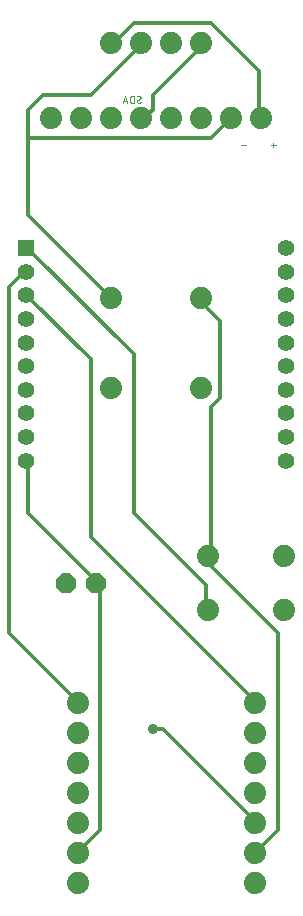
<source format=gbr>
G04 EAGLE Gerber RS-274X export*
G75*
%MOMM*%
%FSLAX34Y34*%
%LPD*%
%INBottom Copper*%
%IPPOS*%
%AMOC8*
5,1,8,0,0,1.08239X$1,22.5*%
G01*
%ADD10C,0.050800*%
%ADD11C,1.879600*%
%ADD12P,1.814519X8X22.500000*%
%ADD13C,1.422400*%
%ADD14R,1.422400X1.422400*%
%ADD15C,0.304800*%
%ADD16C,0.914400*%


D10*
X266446Y713726D02*
X262551Y713726D01*
X264499Y711779D02*
X264499Y715673D01*
X241046Y713726D02*
X237151Y713726D01*
X150199Y749554D02*
X150129Y749556D01*
X150059Y749562D01*
X149989Y749571D01*
X149920Y749584D01*
X149852Y749601D01*
X149785Y749622D01*
X149719Y749646D01*
X149654Y749674D01*
X149591Y749705D01*
X149530Y749740D01*
X149471Y749778D01*
X149413Y749819D01*
X149359Y749863D01*
X149306Y749910D01*
X149257Y749959D01*
X149210Y750012D01*
X149166Y750066D01*
X149125Y750124D01*
X149087Y750183D01*
X149052Y750244D01*
X149021Y750307D01*
X148993Y750372D01*
X148969Y750438D01*
X148948Y750505D01*
X148931Y750573D01*
X148918Y750642D01*
X148909Y750712D01*
X148903Y750782D01*
X148901Y750852D01*
X150199Y749554D02*
X150302Y749556D01*
X150405Y749562D01*
X150508Y749571D01*
X150610Y749585D01*
X150711Y749602D01*
X150812Y749623D01*
X150912Y749648D01*
X151011Y749677D01*
X151109Y749709D01*
X151206Y749746D01*
X151301Y749785D01*
X151395Y749828D01*
X151487Y749875D01*
X151577Y749925D01*
X151665Y749979D01*
X151751Y750035D01*
X151835Y750095D01*
X151916Y750158D01*
X151995Y750224D01*
X152072Y750293D01*
X152146Y750365D01*
X151984Y754098D02*
X151982Y754168D01*
X151976Y754238D01*
X151967Y754308D01*
X151954Y754377D01*
X151937Y754445D01*
X151916Y754512D01*
X151892Y754578D01*
X151864Y754643D01*
X151833Y754706D01*
X151798Y754767D01*
X151760Y754826D01*
X151719Y754884D01*
X151675Y754938D01*
X151628Y754991D01*
X151579Y755040D01*
X151526Y755087D01*
X151472Y755131D01*
X151414Y755172D01*
X151355Y755210D01*
X151294Y755245D01*
X151231Y755276D01*
X151166Y755304D01*
X151100Y755328D01*
X151033Y755349D01*
X150965Y755366D01*
X150896Y755379D01*
X150826Y755388D01*
X150756Y755394D01*
X150686Y755396D01*
X150588Y755394D01*
X150490Y755388D01*
X150393Y755378D01*
X150296Y755365D01*
X150200Y755347D01*
X150104Y755325D01*
X150010Y755300D01*
X149916Y755271D01*
X149824Y755238D01*
X149733Y755202D01*
X149644Y755162D01*
X149556Y755118D01*
X149471Y755071D01*
X149387Y755020D01*
X149305Y754966D01*
X149226Y754909D01*
X151334Y752962D02*
X151392Y752999D01*
X151448Y753038D01*
X151502Y753080D01*
X151554Y753125D01*
X151603Y753172D01*
X151650Y753222D01*
X151694Y753274D01*
X151735Y753329D01*
X151774Y753386D01*
X151809Y753444D01*
X151842Y753504D01*
X151871Y753566D01*
X151897Y753629D01*
X151920Y753694D01*
X151939Y753760D01*
X151955Y753826D01*
X151967Y753894D01*
X151976Y753961D01*
X151981Y754030D01*
X151983Y754098D01*
X149549Y751988D02*
X149491Y751952D01*
X149435Y751913D01*
X149381Y751871D01*
X149329Y751826D01*
X149280Y751778D01*
X149233Y751728D01*
X149189Y751676D01*
X149148Y751622D01*
X149109Y751565D01*
X149074Y751506D01*
X149041Y751446D01*
X149012Y751384D01*
X148986Y751321D01*
X148963Y751256D01*
X148944Y751191D01*
X148928Y751124D01*
X148916Y751057D01*
X148907Y750989D01*
X148902Y750920D01*
X148900Y750852D01*
X149550Y751988D02*
X151335Y752962D01*
X146431Y755396D02*
X146431Y749554D01*
X146431Y755396D02*
X144808Y755396D01*
X144728Y755394D01*
X144649Y755388D01*
X144570Y755378D01*
X144491Y755365D01*
X144414Y755347D01*
X144337Y755326D01*
X144261Y755301D01*
X144187Y755272D01*
X144114Y755240D01*
X144043Y755204D01*
X143974Y755165D01*
X143906Y755122D01*
X143841Y755077D01*
X143778Y755028D01*
X143718Y754976D01*
X143660Y754921D01*
X143605Y754863D01*
X143553Y754803D01*
X143504Y754740D01*
X143459Y754675D01*
X143416Y754607D01*
X143377Y754538D01*
X143341Y754467D01*
X143309Y754394D01*
X143280Y754320D01*
X143255Y754244D01*
X143234Y754167D01*
X143216Y754090D01*
X143203Y754011D01*
X143193Y753932D01*
X143187Y753853D01*
X143185Y753773D01*
X143186Y753773D02*
X143186Y751177D01*
X143185Y751177D02*
X143187Y751097D01*
X143193Y751018D01*
X143203Y750939D01*
X143216Y750860D01*
X143234Y750783D01*
X143255Y750706D01*
X143280Y750630D01*
X143309Y750556D01*
X143341Y750483D01*
X143377Y750412D01*
X143416Y750343D01*
X143459Y750275D01*
X143504Y750210D01*
X143553Y750147D01*
X143605Y750087D01*
X143660Y750029D01*
X143718Y749974D01*
X143778Y749922D01*
X143841Y749873D01*
X143906Y749828D01*
X143974Y749785D01*
X144043Y749746D01*
X144114Y749710D01*
X144187Y749678D01*
X144261Y749649D01*
X144337Y749624D01*
X144414Y749603D01*
X144491Y749585D01*
X144570Y749572D01*
X144649Y749562D01*
X144728Y749556D01*
X144808Y749554D01*
X146431Y749554D01*
X140850Y749554D02*
X138903Y755396D01*
X136955Y749554D01*
X137442Y751015D02*
X140363Y751015D01*
D11*
X98900Y241300D03*
X98900Y215900D03*
X98900Y190500D03*
X98900Y165100D03*
X98900Y139700D03*
X98900Y114300D03*
X98900Y88900D03*
X248900Y88900D03*
X248900Y114300D03*
X248900Y139700D03*
X248900Y165100D03*
X248900Y190500D03*
X248900Y215900D03*
X248900Y241300D03*
D12*
X88900Y342900D03*
X114300Y342900D03*
D11*
X127000Y584200D03*
X203200Y584200D03*
X127000Y508000D03*
X203200Y508000D03*
X208788Y365506D03*
X273812Y365506D03*
X208788Y320294D03*
X273812Y320294D03*
D13*
X55100Y446500D03*
X55100Y466500D03*
X55100Y486500D03*
X55100Y506500D03*
X55100Y526500D03*
X55100Y546500D03*
X55100Y566500D03*
X55100Y586500D03*
X55100Y606500D03*
D14*
X55100Y626500D03*
D13*
X275100Y446500D03*
X275100Y466500D03*
X275100Y486500D03*
X275100Y506500D03*
X275100Y526500D03*
X275100Y546500D03*
X275100Y566500D03*
X275100Y586500D03*
X275100Y606500D03*
X275100Y626500D03*
D11*
X254000Y736600D03*
X228600Y736600D03*
X203200Y736600D03*
X177800Y736600D03*
X152400Y736600D03*
X127000Y736600D03*
X101600Y736600D03*
X76200Y736600D03*
X127000Y800100D03*
X152400Y800100D03*
X177800Y800100D03*
X203200Y800100D03*
D15*
X56896Y442976D02*
X56896Y402336D01*
X113792Y345440D01*
X56896Y442976D02*
X55100Y446500D01*
X113792Y345440D02*
X114300Y342900D01*
X117856Y134112D02*
X101600Y117856D01*
X117856Y134112D02*
X117856Y341376D01*
X101600Y117856D02*
X98900Y114300D01*
X117856Y341376D02*
X114300Y342900D01*
X109728Y755904D02*
X150368Y796544D01*
X109728Y755904D02*
X69088Y755904D01*
X56896Y743712D01*
X56896Y719328D02*
X56896Y654304D01*
X56896Y719328D02*
X56896Y743712D01*
X56896Y654304D02*
X127000Y584200D01*
X150368Y796544D02*
X152400Y800100D01*
X228600Y736600D02*
X211328Y719328D01*
X56896Y719328D01*
X251968Y739648D02*
X251968Y776224D01*
X211328Y816864D01*
X146304Y816864D01*
X130048Y800608D01*
X251968Y739648D02*
X254000Y736600D01*
X130048Y800608D02*
X127000Y800100D01*
X207264Y341376D02*
X207264Y321056D01*
X207264Y341376D02*
X146304Y402336D01*
X146304Y536448D01*
X56896Y625856D01*
X207264Y321056D02*
X208788Y320294D01*
X56896Y625856D02*
X55100Y626500D01*
X52832Y605536D02*
X40640Y593344D01*
X40640Y300736D01*
X97536Y243840D01*
X52832Y605536D02*
X55100Y606500D01*
X97536Y243840D02*
X98900Y241300D01*
X109728Y532384D02*
X56896Y585216D01*
X109728Y532384D02*
X109728Y382016D01*
X247904Y243840D01*
X56896Y585216D02*
X55100Y586500D01*
X247904Y243840D02*
X248900Y241300D01*
X158496Y739648D02*
X154432Y739648D01*
X158496Y739648D02*
X162560Y743712D01*
X162560Y755904D01*
X203200Y796544D01*
X154432Y739648D02*
X152400Y736600D01*
X203200Y796544D02*
X203200Y800100D01*
X170688Y219456D02*
X162560Y219456D01*
X170688Y219456D02*
X247904Y142240D01*
X248900Y139700D01*
D16*
X162560Y219456D03*
D15*
X211328Y365760D02*
X211328Y491744D01*
X219456Y499872D01*
X219456Y564896D01*
X203200Y581152D01*
X211328Y365760D02*
X208788Y365506D01*
X203200Y581152D02*
X203200Y584200D01*
X268224Y134112D02*
X251968Y117856D01*
X268224Y134112D02*
X268224Y300736D01*
X207264Y361696D01*
X251968Y117856D02*
X248900Y114300D01*
X207264Y361696D02*
X208788Y365506D01*
M02*

</source>
